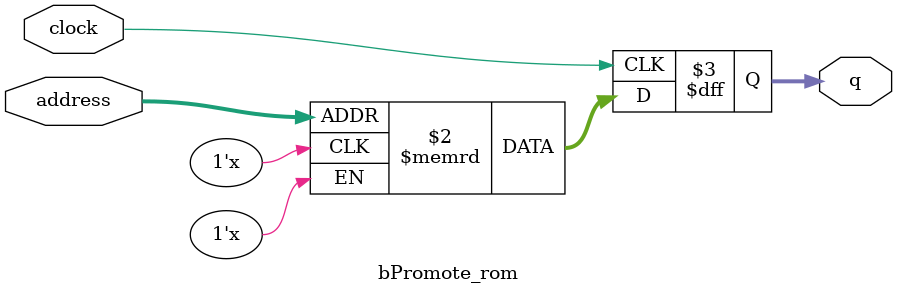
<source format=sv>
module bPromote_rom (
	input logic clock,
	input logic [13:0] address,
	output logic [3:0] q
);

logic [3:0] memory [0:14399] /* synthesis ram_init_file = "./bPromote/bPromote.COE" */;

always_ff @ (posedge clock) begin
	q <= memory[address];
end

endmodule

</source>
